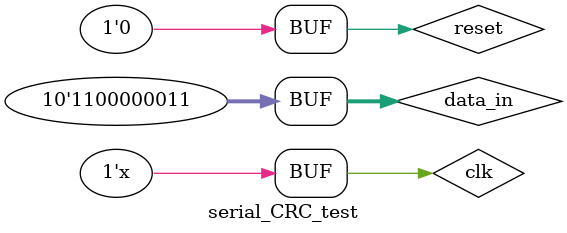
<source format=v>
`timescale 1ns / 1ps


///SERIAL CRC WORKING

module serial_CRC_test;

	// Inputs
	reg clk;
	reg reset;
	reg [9:0] data_in;

	// Outputs
	wire [8:0] data_out;
	//wire [8:0] out;


	// Instantiate the Unit Under Test (UUT)
	serial_CRC uut (
		.clk(clk), 
		.reset(reset), 
		.data_in(data_in), 
		.data_out(data_out)
	);
//		.out(out)
	initial begin
		// Initialize Inputs
		clk = 0;
		reset = 1;
		data_in = 10'b1100000011;
		//data_in = 10'b1011001011;
		
		#1
		reset = 0;
	
        
		// Add stimulus here

	end
      
		always #1 clk = ~clk;
      
endmodule


</source>
